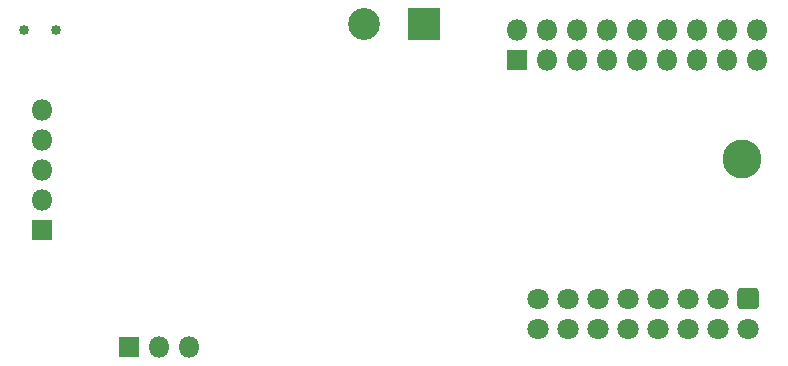
<source format=gbr>
%TF.GenerationSoftware,KiCad,Pcbnew,5.1.6-c6e7f7d~87~ubuntu20.04.1*%
%TF.CreationDate,2020-11-01T20:39:10-05:00*%
%TF.ProjectId,STM32 Driver v1,53544d33-3220-4447-9269-766572207631,rev?*%
%TF.SameCoordinates,Original*%
%TF.FileFunction,Soldermask,Bot*%
%TF.FilePolarity,Negative*%
%FSLAX46Y46*%
G04 Gerber Fmt 4.6, Leading zero omitted, Abs format (unit mm)*
G04 Created by KiCad (PCBNEW 5.1.6-c6e7f7d~87~ubuntu20.04.1) date 2020-11-01 20:39:10*
%MOMM*%
%LPD*%
G01*
G04 APERTURE LIST*
%ADD10C,0.850000*%
%ADD11C,3.300000*%
%ADD12C,1.800000*%
%ADD13R,2.700000X2.700000*%
%ADD14C,2.700000*%
%ADD15R,1.800000X1.800000*%
%ADD16O,1.800000X1.800000*%
G04 APERTURE END LIST*
D10*
%TO.C,SW1*%
X142389000Y-106680000D03*
X145139000Y-106680000D03*
%TD*%
D11*
%TO.C,REF\u002A\u002A*%
X203200000Y-117602000D03*
%TD*%
D12*
%TO.C,J3*%
X185928000Y-131953000D03*
X188468000Y-131953000D03*
X191008000Y-131953000D03*
X193548000Y-131953000D03*
X196088000Y-131953000D03*
X198628000Y-131953000D03*
X201168000Y-131953000D03*
X203708000Y-131953000D03*
X185928000Y-129413000D03*
X188468000Y-129413000D03*
X191008000Y-129413000D03*
X193548000Y-129413000D03*
X196088000Y-129413000D03*
X198628000Y-129413000D03*
X201168000Y-129413000D03*
G36*
G01*
X203072706Y-128513000D02*
X204343294Y-128513000D01*
G75*
G02*
X204608000Y-128777706I0J-264706D01*
G01*
X204608000Y-130048294D01*
G75*
G02*
X204343294Y-130313000I-264706J0D01*
G01*
X203072706Y-130313000D01*
G75*
G02*
X202808000Y-130048294I0J264706D01*
G01*
X202808000Y-128777706D01*
G75*
G02*
X203072706Y-128513000I264706J0D01*
G01*
G37*
%TD*%
D13*
%TO.C,J2*%
X176276000Y-106172000D03*
D14*
X171196000Y-106172000D03*
%TD*%
D15*
%TO.C,J4*%
X184150000Y-109220000D03*
D16*
X184150000Y-106680000D03*
X186690000Y-109220000D03*
X186690000Y-106680000D03*
X189230000Y-109220000D03*
X189230000Y-106680000D03*
X191770000Y-109220000D03*
X191770000Y-106680000D03*
X194310000Y-109220000D03*
X194310000Y-106680000D03*
X196850000Y-109220000D03*
X196850000Y-106680000D03*
X199390000Y-109220000D03*
X199390000Y-106680000D03*
X201930000Y-109220000D03*
X201930000Y-106680000D03*
X204470000Y-109220000D03*
X204470000Y-106680000D03*
%TD*%
D15*
%TO.C,J5*%
X143891000Y-123571000D03*
D16*
X143891000Y-121031000D03*
X143891000Y-118491000D03*
X143891000Y-115951000D03*
X143891000Y-113411000D03*
%TD*%
D15*
%TO.C,J6*%
X151257000Y-133477000D03*
D16*
X153797000Y-133477000D03*
X156337000Y-133477000D03*
%TD*%
M02*

</source>
